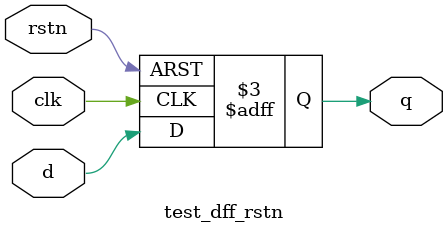
<source format=sv>

module test_dff_rstn(
  input logic clk,
  input logic rstn,
  input logic d,
  output logic q
);
  always_ff @(posedge clk or negedge rstn) begin
    if (!rstn)
      q <= 1'b0;
    else
      q <= d;
  end
endmodule

</source>
